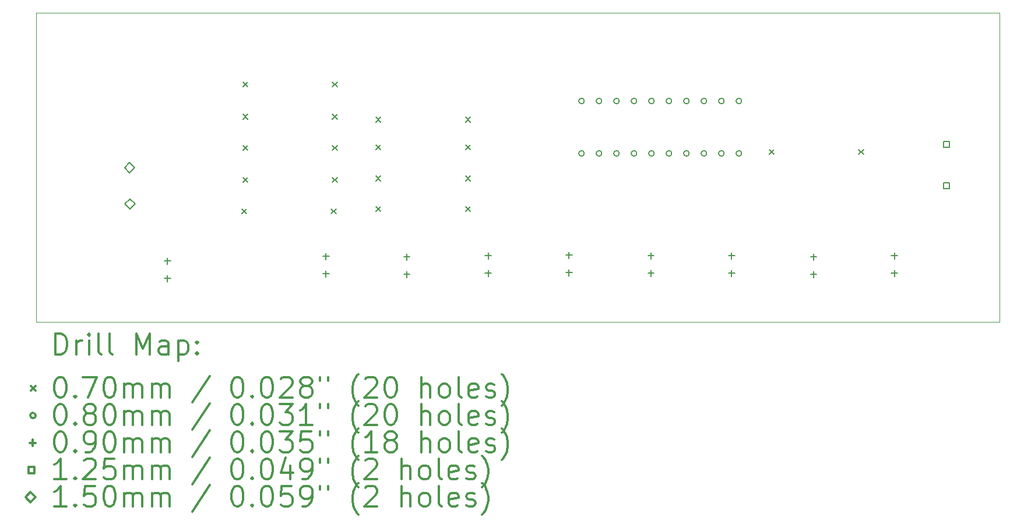
<source format=gbr>
%FSLAX45Y45*%
G04 Gerber Fmt 4.5, Leading zero omitted, Abs format (unit mm)*
G04 Created by KiCad (PCBNEW 5.1.9+dfsg1-1) date 2021-09-18 19:11:49*
%MOMM*%
%LPD*%
G01*
G04 APERTURE LIST*
%TA.AperFunction,Profile*%
%ADD10C,0.050000*%
%TD*%
%ADD11C,0.200000*%
%ADD12C,0.300000*%
G04 APERTURE END LIST*
D10*
X22000000Y-6000000D02*
X22000000Y-10500000D01*
X8000000Y-10500000D02*
X22000000Y-10500000D01*
X8000000Y-6000000D02*
X22000000Y-6000000D01*
X8000000Y-6000000D02*
X8000000Y-10500000D01*
D11*
X10990000Y-8853000D02*
X11060000Y-8923000D01*
X11060000Y-8853000D02*
X10990000Y-8923000D01*
X11008000Y-7005000D02*
X11078000Y-7075000D01*
X11078000Y-7005000D02*
X11008000Y-7075000D01*
X11008000Y-7477000D02*
X11078000Y-7547000D01*
X11078000Y-7477000D02*
X11008000Y-7547000D01*
X11008000Y-7931000D02*
X11078000Y-8001000D01*
X11078000Y-7931000D02*
X11008000Y-8001000D01*
X11008000Y-8399000D02*
X11078000Y-8469000D01*
X11078000Y-8399000D02*
X11008000Y-8469000D01*
X12290000Y-8853000D02*
X12360000Y-8923000D01*
X12360000Y-8853000D02*
X12290000Y-8923000D01*
X12308000Y-7005000D02*
X12378000Y-7075000D01*
X12378000Y-7005000D02*
X12308000Y-7075000D01*
X12308000Y-7477000D02*
X12378000Y-7547000D01*
X12378000Y-7477000D02*
X12308000Y-7547000D01*
X12308000Y-7931000D02*
X12378000Y-8001000D01*
X12378000Y-7931000D02*
X12308000Y-8001000D01*
X12308000Y-8399000D02*
X12378000Y-8469000D01*
X12378000Y-8399000D02*
X12308000Y-8469000D01*
X12940000Y-7520000D02*
X13010000Y-7590000D01*
X13010000Y-7520000D02*
X12940000Y-7590000D01*
X12940000Y-7920000D02*
X13010000Y-7990000D01*
X13010000Y-7920000D02*
X12940000Y-7990000D01*
X12940000Y-8375000D02*
X13010000Y-8445000D01*
X13010000Y-8375000D02*
X12940000Y-8445000D01*
X12940000Y-8820000D02*
X13010000Y-8890000D01*
X13010000Y-8820000D02*
X12940000Y-8890000D01*
X14240000Y-7520000D02*
X14310000Y-7590000D01*
X14310000Y-7520000D02*
X14240000Y-7590000D01*
X14240000Y-7920000D02*
X14310000Y-7990000D01*
X14310000Y-7920000D02*
X14240000Y-7990000D01*
X14240000Y-8375000D02*
X14310000Y-8445000D01*
X14310000Y-8375000D02*
X14240000Y-8445000D01*
X14240000Y-8820000D02*
X14310000Y-8890000D01*
X14310000Y-8820000D02*
X14240000Y-8890000D01*
X18652000Y-7992000D02*
X18722000Y-8062000D01*
X18722000Y-7992000D02*
X18652000Y-8062000D01*
X19952000Y-7992000D02*
X20022000Y-8062000D01*
X20022000Y-7992000D02*
X19952000Y-8062000D01*
X15965000Y-7284000D02*
G75*
G03*
X15965000Y-7284000I-40000J0D01*
G01*
X15965000Y-8046000D02*
G75*
G03*
X15965000Y-8046000I-40000J0D01*
G01*
X16219000Y-7284000D02*
G75*
G03*
X16219000Y-7284000I-40000J0D01*
G01*
X16219000Y-8046000D02*
G75*
G03*
X16219000Y-8046000I-40000J0D01*
G01*
X16473000Y-7284000D02*
G75*
G03*
X16473000Y-7284000I-40000J0D01*
G01*
X16473000Y-8046000D02*
G75*
G03*
X16473000Y-8046000I-40000J0D01*
G01*
X16727000Y-7284000D02*
G75*
G03*
X16727000Y-7284000I-40000J0D01*
G01*
X16727000Y-8046000D02*
G75*
G03*
X16727000Y-8046000I-40000J0D01*
G01*
X16981000Y-7284000D02*
G75*
G03*
X16981000Y-7284000I-40000J0D01*
G01*
X16981000Y-8046000D02*
G75*
G03*
X16981000Y-8046000I-40000J0D01*
G01*
X17235000Y-7284000D02*
G75*
G03*
X17235000Y-7284000I-40000J0D01*
G01*
X17235000Y-8046000D02*
G75*
G03*
X17235000Y-8046000I-40000J0D01*
G01*
X17489000Y-7284000D02*
G75*
G03*
X17489000Y-7284000I-40000J0D01*
G01*
X17489000Y-8046000D02*
G75*
G03*
X17489000Y-8046000I-40000J0D01*
G01*
X17743000Y-7284000D02*
G75*
G03*
X17743000Y-7284000I-40000J0D01*
G01*
X17743000Y-8046000D02*
G75*
G03*
X17743000Y-8046000I-40000J0D01*
G01*
X17997000Y-7284000D02*
G75*
G03*
X17997000Y-7284000I-40000J0D01*
G01*
X17997000Y-8046000D02*
G75*
G03*
X17997000Y-8046000I-40000J0D01*
G01*
X18251000Y-7284000D02*
G75*
G03*
X18251000Y-7284000I-40000J0D01*
G01*
X18251000Y-8046000D02*
G75*
G03*
X18251000Y-8046000I-40000J0D01*
G01*
X9910000Y-9565000D02*
X9910000Y-9655000D01*
X9865000Y-9610000D02*
X9955000Y-9610000D01*
X9910000Y-9819000D02*
X9910000Y-9909000D01*
X9865000Y-9864000D02*
X9955000Y-9864000D01*
X12215000Y-9498000D02*
X12215000Y-9588000D01*
X12170000Y-9543000D02*
X12260000Y-9543000D01*
X12215000Y-9752000D02*
X12215000Y-9842000D01*
X12170000Y-9797000D02*
X12260000Y-9797000D01*
X13389000Y-9507000D02*
X13389000Y-9597000D01*
X13344000Y-9552000D02*
X13434000Y-9552000D01*
X13389000Y-9761000D02*
X13389000Y-9851000D01*
X13344000Y-9806000D02*
X13434000Y-9806000D01*
X14571000Y-9490000D02*
X14571000Y-9580000D01*
X14526000Y-9535000D02*
X14616000Y-9535000D01*
X14571000Y-9744000D02*
X14571000Y-9834000D01*
X14526000Y-9789000D02*
X14616000Y-9789000D01*
X15744000Y-9481000D02*
X15744000Y-9571000D01*
X15699000Y-9526000D02*
X15789000Y-9526000D01*
X15744000Y-9735000D02*
X15744000Y-9825000D01*
X15699000Y-9780000D02*
X15789000Y-9780000D01*
X16934000Y-9490000D02*
X16934000Y-9580000D01*
X16889000Y-9535000D02*
X16979000Y-9535000D01*
X16934000Y-9744000D02*
X16934000Y-9834000D01*
X16889000Y-9789000D02*
X16979000Y-9789000D01*
X18108000Y-9490000D02*
X18108000Y-9580000D01*
X18063000Y-9535000D02*
X18153000Y-9535000D01*
X18108000Y-9744000D02*
X18108000Y-9834000D01*
X18063000Y-9789000D02*
X18153000Y-9789000D01*
X19298000Y-9507000D02*
X19298000Y-9597000D01*
X19253000Y-9552000D02*
X19343000Y-9552000D01*
X19298000Y-9761000D02*
X19298000Y-9851000D01*
X19253000Y-9806000D02*
X19343000Y-9806000D01*
X20471000Y-9490000D02*
X20471000Y-9580000D01*
X20426000Y-9535000D02*
X20516000Y-9535000D01*
X20471000Y-9744000D02*
X20471000Y-9834000D01*
X20426000Y-9789000D02*
X20516000Y-9789000D01*
X21270195Y-7961195D02*
X21270195Y-7872805D01*
X21181805Y-7872805D01*
X21181805Y-7961195D01*
X21270195Y-7961195D01*
X21270195Y-8561195D02*
X21270195Y-8472805D01*
X21181805Y-8472805D01*
X21181805Y-8561195D01*
X21270195Y-8561195D01*
X9362016Y-8326428D02*
X9437016Y-8251428D01*
X9362016Y-8176428D01*
X9287016Y-8251428D01*
X9362016Y-8326428D01*
X9364556Y-8857542D02*
X9439556Y-8782542D01*
X9364556Y-8707542D01*
X9289556Y-8782542D01*
X9364556Y-8857542D01*
D12*
X8283928Y-10968214D02*
X8283928Y-10668214D01*
X8355357Y-10668214D01*
X8398214Y-10682500D01*
X8426786Y-10711072D01*
X8441071Y-10739643D01*
X8455357Y-10796786D01*
X8455357Y-10839643D01*
X8441071Y-10896786D01*
X8426786Y-10925357D01*
X8398214Y-10953929D01*
X8355357Y-10968214D01*
X8283928Y-10968214D01*
X8583928Y-10968214D02*
X8583928Y-10768214D01*
X8583928Y-10825357D02*
X8598214Y-10796786D01*
X8612500Y-10782500D01*
X8641071Y-10768214D01*
X8669643Y-10768214D01*
X8769643Y-10968214D02*
X8769643Y-10768214D01*
X8769643Y-10668214D02*
X8755357Y-10682500D01*
X8769643Y-10696786D01*
X8783928Y-10682500D01*
X8769643Y-10668214D01*
X8769643Y-10696786D01*
X8955357Y-10968214D02*
X8926786Y-10953929D01*
X8912500Y-10925357D01*
X8912500Y-10668214D01*
X9112500Y-10968214D02*
X9083928Y-10953929D01*
X9069643Y-10925357D01*
X9069643Y-10668214D01*
X9455357Y-10968214D02*
X9455357Y-10668214D01*
X9555357Y-10882500D01*
X9655357Y-10668214D01*
X9655357Y-10968214D01*
X9926786Y-10968214D02*
X9926786Y-10811072D01*
X9912500Y-10782500D01*
X9883928Y-10768214D01*
X9826786Y-10768214D01*
X9798214Y-10782500D01*
X9926786Y-10953929D02*
X9898214Y-10968214D01*
X9826786Y-10968214D01*
X9798214Y-10953929D01*
X9783928Y-10925357D01*
X9783928Y-10896786D01*
X9798214Y-10868214D01*
X9826786Y-10853929D01*
X9898214Y-10853929D01*
X9926786Y-10839643D01*
X10069643Y-10768214D02*
X10069643Y-11068214D01*
X10069643Y-10782500D02*
X10098214Y-10768214D01*
X10155357Y-10768214D01*
X10183928Y-10782500D01*
X10198214Y-10796786D01*
X10212500Y-10825357D01*
X10212500Y-10911072D01*
X10198214Y-10939643D01*
X10183928Y-10953929D01*
X10155357Y-10968214D01*
X10098214Y-10968214D01*
X10069643Y-10953929D01*
X10341071Y-10939643D02*
X10355357Y-10953929D01*
X10341071Y-10968214D01*
X10326786Y-10953929D01*
X10341071Y-10939643D01*
X10341071Y-10968214D01*
X10341071Y-10782500D02*
X10355357Y-10796786D01*
X10341071Y-10811072D01*
X10326786Y-10796786D01*
X10341071Y-10782500D01*
X10341071Y-10811072D01*
X7927500Y-11427500D02*
X7997500Y-11497500D01*
X7997500Y-11427500D02*
X7927500Y-11497500D01*
X8341071Y-11298214D02*
X8369643Y-11298214D01*
X8398214Y-11312500D01*
X8412500Y-11326786D01*
X8426786Y-11355357D01*
X8441071Y-11412500D01*
X8441071Y-11483929D01*
X8426786Y-11541071D01*
X8412500Y-11569643D01*
X8398214Y-11583929D01*
X8369643Y-11598214D01*
X8341071Y-11598214D01*
X8312500Y-11583929D01*
X8298214Y-11569643D01*
X8283928Y-11541071D01*
X8269643Y-11483929D01*
X8269643Y-11412500D01*
X8283928Y-11355357D01*
X8298214Y-11326786D01*
X8312500Y-11312500D01*
X8341071Y-11298214D01*
X8569643Y-11569643D02*
X8583928Y-11583929D01*
X8569643Y-11598214D01*
X8555357Y-11583929D01*
X8569643Y-11569643D01*
X8569643Y-11598214D01*
X8683928Y-11298214D02*
X8883928Y-11298214D01*
X8755357Y-11598214D01*
X9055357Y-11298214D02*
X9083928Y-11298214D01*
X9112500Y-11312500D01*
X9126786Y-11326786D01*
X9141071Y-11355357D01*
X9155357Y-11412500D01*
X9155357Y-11483929D01*
X9141071Y-11541071D01*
X9126786Y-11569643D01*
X9112500Y-11583929D01*
X9083928Y-11598214D01*
X9055357Y-11598214D01*
X9026786Y-11583929D01*
X9012500Y-11569643D01*
X8998214Y-11541071D01*
X8983928Y-11483929D01*
X8983928Y-11412500D01*
X8998214Y-11355357D01*
X9012500Y-11326786D01*
X9026786Y-11312500D01*
X9055357Y-11298214D01*
X9283928Y-11598214D02*
X9283928Y-11398214D01*
X9283928Y-11426786D02*
X9298214Y-11412500D01*
X9326786Y-11398214D01*
X9369643Y-11398214D01*
X9398214Y-11412500D01*
X9412500Y-11441071D01*
X9412500Y-11598214D01*
X9412500Y-11441071D02*
X9426786Y-11412500D01*
X9455357Y-11398214D01*
X9498214Y-11398214D01*
X9526786Y-11412500D01*
X9541071Y-11441071D01*
X9541071Y-11598214D01*
X9683928Y-11598214D02*
X9683928Y-11398214D01*
X9683928Y-11426786D02*
X9698214Y-11412500D01*
X9726786Y-11398214D01*
X9769643Y-11398214D01*
X9798214Y-11412500D01*
X9812500Y-11441071D01*
X9812500Y-11598214D01*
X9812500Y-11441071D02*
X9826786Y-11412500D01*
X9855357Y-11398214D01*
X9898214Y-11398214D01*
X9926786Y-11412500D01*
X9941071Y-11441071D01*
X9941071Y-11598214D01*
X10526786Y-11283929D02*
X10269643Y-11669643D01*
X10912500Y-11298214D02*
X10941071Y-11298214D01*
X10969643Y-11312500D01*
X10983928Y-11326786D01*
X10998214Y-11355357D01*
X11012500Y-11412500D01*
X11012500Y-11483929D01*
X10998214Y-11541071D01*
X10983928Y-11569643D01*
X10969643Y-11583929D01*
X10941071Y-11598214D01*
X10912500Y-11598214D01*
X10883928Y-11583929D01*
X10869643Y-11569643D01*
X10855357Y-11541071D01*
X10841071Y-11483929D01*
X10841071Y-11412500D01*
X10855357Y-11355357D01*
X10869643Y-11326786D01*
X10883928Y-11312500D01*
X10912500Y-11298214D01*
X11141071Y-11569643D02*
X11155357Y-11583929D01*
X11141071Y-11598214D01*
X11126786Y-11583929D01*
X11141071Y-11569643D01*
X11141071Y-11598214D01*
X11341071Y-11298214D02*
X11369643Y-11298214D01*
X11398214Y-11312500D01*
X11412500Y-11326786D01*
X11426786Y-11355357D01*
X11441071Y-11412500D01*
X11441071Y-11483929D01*
X11426786Y-11541071D01*
X11412500Y-11569643D01*
X11398214Y-11583929D01*
X11369643Y-11598214D01*
X11341071Y-11598214D01*
X11312500Y-11583929D01*
X11298214Y-11569643D01*
X11283928Y-11541071D01*
X11269643Y-11483929D01*
X11269643Y-11412500D01*
X11283928Y-11355357D01*
X11298214Y-11326786D01*
X11312500Y-11312500D01*
X11341071Y-11298214D01*
X11555357Y-11326786D02*
X11569643Y-11312500D01*
X11598214Y-11298214D01*
X11669643Y-11298214D01*
X11698214Y-11312500D01*
X11712500Y-11326786D01*
X11726786Y-11355357D01*
X11726786Y-11383929D01*
X11712500Y-11426786D01*
X11541071Y-11598214D01*
X11726786Y-11598214D01*
X11898214Y-11426786D02*
X11869643Y-11412500D01*
X11855357Y-11398214D01*
X11841071Y-11369643D01*
X11841071Y-11355357D01*
X11855357Y-11326786D01*
X11869643Y-11312500D01*
X11898214Y-11298214D01*
X11955357Y-11298214D01*
X11983928Y-11312500D01*
X11998214Y-11326786D01*
X12012500Y-11355357D01*
X12012500Y-11369643D01*
X11998214Y-11398214D01*
X11983928Y-11412500D01*
X11955357Y-11426786D01*
X11898214Y-11426786D01*
X11869643Y-11441071D01*
X11855357Y-11455357D01*
X11841071Y-11483929D01*
X11841071Y-11541071D01*
X11855357Y-11569643D01*
X11869643Y-11583929D01*
X11898214Y-11598214D01*
X11955357Y-11598214D01*
X11983928Y-11583929D01*
X11998214Y-11569643D01*
X12012500Y-11541071D01*
X12012500Y-11483929D01*
X11998214Y-11455357D01*
X11983928Y-11441071D01*
X11955357Y-11426786D01*
X12126786Y-11298214D02*
X12126786Y-11355357D01*
X12241071Y-11298214D02*
X12241071Y-11355357D01*
X12683928Y-11712500D02*
X12669643Y-11698214D01*
X12641071Y-11655357D01*
X12626786Y-11626786D01*
X12612500Y-11583929D01*
X12598214Y-11512500D01*
X12598214Y-11455357D01*
X12612500Y-11383929D01*
X12626786Y-11341071D01*
X12641071Y-11312500D01*
X12669643Y-11269643D01*
X12683928Y-11255357D01*
X12783928Y-11326786D02*
X12798214Y-11312500D01*
X12826786Y-11298214D01*
X12898214Y-11298214D01*
X12926786Y-11312500D01*
X12941071Y-11326786D01*
X12955357Y-11355357D01*
X12955357Y-11383929D01*
X12941071Y-11426786D01*
X12769643Y-11598214D01*
X12955357Y-11598214D01*
X13141071Y-11298214D02*
X13169643Y-11298214D01*
X13198214Y-11312500D01*
X13212500Y-11326786D01*
X13226786Y-11355357D01*
X13241071Y-11412500D01*
X13241071Y-11483929D01*
X13226786Y-11541071D01*
X13212500Y-11569643D01*
X13198214Y-11583929D01*
X13169643Y-11598214D01*
X13141071Y-11598214D01*
X13112500Y-11583929D01*
X13098214Y-11569643D01*
X13083928Y-11541071D01*
X13069643Y-11483929D01*
X13069643Y-11412500D01*
X13083928Y-11355357D01*
X13098214Y-11326786D01*
X13112500Y-11312500D01*
X13141071Y-11298214D01*
X13598214Y-11598214D02*
X13598214Y-11298214D01*
X13726786Y-11598214D02*
X13726786Y-11441071D01*
X13712500Y-11412500D01*
X13683928Y-11398214D01*
X13641071Y-11398214D01*
X13612500Y-11412500D01*
X13598214Y-11426786D01*
X13912500Y-11598214D02*
X13883928Y-11583929D01*
X13869643Y-11569643D01*
X13855357Y-11541071D01*
X13855357Y-11455357D01*
X13869643Y-11426786D01*
X13883928Y-11412500D01*
X13912500Y-11398214D01*
X13955357Y-11398214D01*
X13983928Y-11412500D01*
X13998214Y-11426786D01*
X14012500Y-11455357D01*
X14012500Y-11541071D01*
X13998214Y-11569643D01*
X13983928Y-11583929D01*
X13955357Y-11598214D01*
X13912500Y-11598214D01*
X14183928Y-11598214D02*
X14155357Y-11583929D01*
X14141071Y-11555357D01*
X14141071Y-11298214D01*
X14412500Y-11583929D02*
X14383928Y-11598214D01*
X14326786Y-11598214D01*
X14298214Y-11583929D01*
X14283928Y-11555357D01*
X14283928Y-11441071D01*
X14298214Y-11412500D01*
X14326786Y-11398214D01*
X14383928Y-11398214D01*
X14412500Y-11412500D01*
X14426786Y-11441071D01*
X14426786Y-11469643D01*
X14283928Y-11498214D01*
X14541071Y-11583929D02*
X14569643Y-11598214D01*
X14626786Y-11598214D01*
X14655357Y-11583929D01*
X14669643Y-11555357D01*
X14669643Y-11541071D01*
X14655357Y-11512500D01*
X14626786Y-11498214D01*
X14583928Y-11498214D01*
X14555357Y-11483929D01*
X14541071Y-11455357D01*
X14541071Y-11441071D01*
X14555357Y-11412500D01*
X14583928Y-11398214D01*
X14626786Y-11398214D01*
X14655357Y-11412500D01*
X14769643Y-11712500D02*
X14783928Y-11698214D01*
X14812500Y-11655357D01*
X14826786Y-11626786D01*
X14841071Y-11583929D01*
X14855357Y-11512500D01*
X14855357Y-11455357D01*
X14841071Y-11383929D01*
X14826786Y-11341071D01*
X14812500Y-11312500D01*
X14783928Y-11269643D01*
X14769643Y-11255357D01*
X7997500Y-11858500D02*
G75*
G03*
X7997500Y-11858500I-40000J0D01*
G01*
X8341071Y-11694214D02*
X8369643Y-11694214D01*
X8398214Y-11708500D01*
X8412500Y-11722786D01*
X8426786Y-11751357D01*
X8441071Y-11808500D01*
X8441071Y-11879929D01*
X8426786Y-11937071D01*
X8412500Y-11965643D01*
X8398214Y-11979929D01*
X8369643Y-11994214D01*
X8341071Y-11994214D01*
X8312500Y-11979929D01*
X8298214Y-11965643D01*
X8283928Y-11937071D01*
X8269643Y-11879929D01*
X8269643Y-11808500D01*
X8283928Y-11751357D01*
X8298214Y-11722786D01*
X8312500Y-11708500D01*
X8341071Y-11694214D01*
X8569643Y-11965643D02*
X8583928Y-11979929D01*
X8569643Y-11994214D01*
X8555357Y-11979929D01*
X8569643Y-11965643D01*
X8569643Y-11994214D01*
X8755357Y-11822786D02*
X8726786Y-11808500D01*
X8712500Y-11794214D01*
X8698214Y-11765643D01*
X8698214Y-11751357D01*
X8712500Y-11722786D01*
X8726786Y-11708500D01*
X8755357Y-11694214D01*
X8812500Y-11694214D01*
X8841071Y-11708500D01*
X8855357Y-11722786D01*
X8869643Y-11751357D01*
X8869643Y-11765643D01*
X8855357Y-11794214D01*
X8841071Y-11808500D01*
X8812500Y-11822786D01*
X8755357Y-11822786D01*
X8726786Y-11837071D01*
X8712500Y-11851357D01*
X8698214Y-11879929D01*
X8698214Y-11937071D01*
X8712500Y-11965643D01*
X8726786Y-11979929D01*
X8755357Y-11994214D01*
X8812500Y-11994214D01*
X8841071Y-11979929D01*
X8855357Y-11965643D01*
X8869643Y-11937071D01*
X8869643Y-11879929D01*
X8855357Y-11851357D01*
X8841071Y-11837071D01*
X8812500Y-11822786D01*
X9055357Y-11694214D02*
X9083928Y-11694214D01*
X9112500Y-11708500D01*
X9126786Y-11722786D01*
X9141071Y-11751357D01*
X9155357Y-11808500D01*
X9155357Y-11879929D01*
X9141071Y-11937071D01*
X9126786Y-11965643D01*
X9112500Y-11979929D01*
X9083928Y-11994214D01*
X9055357Y-11994214D01*
X9026786Y-11979929D01*
X9012500Y-11965643D01*
X8998214Y-11937071D01*
X8983928Y-11879929D01*
X8983928Y-11808500D01*
X8998214Y-11751357D01*
X9012500Y-11722786D01*
X9026786Y-11708500D01*
X9055357Y-11694214D01*
X9283928Y-11994214D02*
X9283928Y-11794214D01*
X9283928Y-11822786D02*
X9298214Y-11808500D01*
X9326786Y-11794214D01*
X9369643Y-11794214D01*
X9398214Y-11808500D01*
X9412500Y-11837071D01*
X9412500Y-11994214D01*
X9412500Y-11837071D02*
X9426786Y-11808500D01*
X9455357Y-11794214D01*
X9498214Y-11794214D01*
X9526786Y-11808500D01*
X9541071Y-11837071D01*
X9541071Y-11994214D01*
X9683928Y-11994214D02*
X9683928Y-11794214D01*
X9683928Y-11822786D02*
X9698214Y-11808500D01*
X9726786Y-11794214D01*
X9769643Y-11794214D01*
X9798214Y-11808500D01*
X9812500Y-11837071D01*
X9812500Y-11994214D01*
X9812500Y-11837071D02*
X9826786Y-11808500D01*
X9855357Y-11794214D01*
X9898214Y-11794214D01*
X9926786Y-11808500D01*
X9941071Y-11837071D01*
X9941071Y-11994214D01*
X10526786Y-11679929D02*
X10269643Y-12065643D01*
X10912500Y-11694214D02*
X10941071Y-11694214D01*
X10969643Y-11708500D01*
X10983928Y-11722786D01*
X10998214Y-11751357D01*
X11012500Y-11808500D01*
X11012500Y-11879929D01*
X10998214Y-11937071D01*
X10983928Y-11965643D01*
X10969643Y-11979929D01*
X10941071Y-11994214D01*
X10912500Y-11994214D01*
X10883928Y-11979929D01*
X10869643Y-11965643D01*
X10855357Y-11937071D01*
X10841071Y-11879929D01*
X10841071Y-11808500D01*
X10855357Y-11751357D01*
X10869643Y-11722786D01*
X10883928Y-11708500D01*
X10912500Y-11694214D01*
X11141071Y-11965643D02*
X11155357Y-11979929D01*
X11141071Y-11994214D01*
X11126786Y-11979929D01*
X11141071Y-11965643D01*
X11141071Y-11994214D01*
X11341071Y-11694214D02*
X11369643Y-11694214D01*
X11398214Y-11708500D01*
X11412500Y-11722786D01*
X11426786Y-11751357D01*
X11441071Y-11808500D01*
X11441071Y-11879929D01*
X11426786Y-11937071D01*
X11412500Y-11965643D01*
X11398214Y-11979929D01*
X11369643Y-11994214D01*
X11341071Y-11994214D01*
X11312500Y-11979929D01*
X11298214Y-11965643D01*
X11283928Y-11937071D01*
X11269643Y-11879929D01*
X11269643Y-11808500D01*
X11283928Y-11751357D01*
X11298214Y-11722786D01*
X11312500Y-11708500D01*
X11341071Y-11694214D01*
X11541071Y-11694214D02*
X11726786Y-11694214D01*
X11626786Y-11808500D01*
X11669643Y-11808500D01*
X11698214Y-11822786D01*
X11712500Y-11837071D01*
X11726786Y-11865643D01*
X11726786Y-11937071D01*
X11712500Y-11965643D01*
X11698214Y-11979929D01*
X11669643Y-11994214D01*
X11583928Y-11994214D01*
X11555357Y-11979929D01*
X11541071Y-11965643D01*
X12012500Y-11994214D02*
X11841071Y-11994214D01*
X11926786Y-11994214D02*
X11926786Y-11694214D01*
X11898214Y-11737071D01*
X11869643Y-11765643D01*
X11841071Y-11779929D01*
X12126786Y-11694214D02*
X12126786Y-11751357D01*
X12241071Y-11694214D02*
X12241071Y-11751357D01*
X12683928Y-12108500D02*
X12669643Y-12094214D01*
X12641071Y-12051357D01*
X12626786Y-12022786D01*
X12612500Y-11979929D01*
X12598214Y-11908500D01*
X12598214Y-11851357D01*
X12612500Y-11779929D01*
X12626786Y-11737071D01*
X12641071Y-11708500D01*
X12669643Y-11665643D01*
X12683928Y-11651357D01*
X12783928Y-11722786D02*
X12798214Y-11708500D01*
X12826786Y-11694214D01*
X12898214Y-11694214D01*
X12926786Y-11708500D01*
X12941071Y-11722786D01*
X12955357Y-11751357D01*
X12955357Y-11779929D01*
X12941071Y-11822786D01*
X12769643Y-11994214D01*
X12955357Y-11994214D01*
X13141071Y-11694214D02*
X13169643Y-11694214D01*
X13198214Y-11708500D01*
X13212500Y-11722786D01*
X13226786Y-11751357D01*
X13241071Y-11808500D01*
X13241071Y-11879929D01*
X13226786Y-11937071D01*
X13212500Y-11965643D01*
X13198214Y-11979929D01*
X13169643Y-11994214D01*
X13141071Y-11994214D01*
X13112500Y-11979929D01*
X13098214Y-11965643D01*
X13083928Y-11937071D01*
X13069643Y-11879929D01*
X13069643Y-11808500D01*
X13083928Y-11751357D01*
X13098214Y-11722786D01*
X13112500Y-11708500D01*
X13141071Y-11694214D01*
X13598214Y-11994214D02*
X13598214Y-11694214D01*
X13726786Y-11994214D02*
X13726786Y-11837071D01*
X13712500Y-11808500D01*
X13683928Y-11794214D01*
X13641071Y-11794214D01*
X13612500Y-11808500D01*
X13598214Y-11822786D01*
X13912500Y-11994214D02*
X13883928Y-11979929D01*
X13869643Y-11965643D01*
X13855357Y-11937071D01*
X13855357Y-11851357D01*
X13869643Y-11822786D01*
X13883928Y-11808500D01*
X13912500Y-11794214D01*
X13955357Y-11794214D01*
X13983928Y-11808500D01*
X13998214Y-11822786D01*
X14012500Y-11851357D01*
X14012500Y-11937071D01*
X13998214Y-11965643D01*
X13983928Y-11979929D01*
X13955357Y-11994214D01*
X13912500Y-11994214D01*
X14183928Y-11994214D02*
X14155357Y-11979929D01*
X14141071Y-11951357D01*
X14141071Y-11694214D01*
X14412500Y-11979929D02*
X14383928Y-11994214D01*
X14326786Y-11994214D01*
X14298214Y-11979929D01*
X14283928Y-11951357D01*
X14283928Y-11837071D01*
X14298214Y-11808500D01*
X14326786Y-11794214D01*
X14383928Y-11794214D01*
X14412500Y-11808500D01*
X14426786Y-11837071D01*
X14426786Y-11865643D01*
X14283928Y-11894214D01*
X14541071Y-11979929D02*
X14569643Y-11994214D01*
X14626786Y-11994214D01*
X14655357Y-11979929D01*
X14669643Y-11951357D01*
X14669643Y-11937071D01*
X14655357Y-11908500D01*
X14626786Y-11894214D01*
X14583928Y-11894214D01*
X14555357Y-11879929D01*
X14541071Y-11851357D01*
X14541071Y-11837071D01*
X14555357Y-11808500D01*
X14583928Y-11794214D01*
X14626786Y-11794214D01*
X14655357Y-11808500D01*
X14769643Y-12108500D02*
X14783928Y-12094214D01*
X14812500Y-12051357D01*
X14826786Y-12022786D01*
X14841071Y-11979929D01*
X14855357Y-11908500D01*
X14855357Y-11851357D01*
X14841071Y-11779929D01*
X14826786Y-11737071D01*
X14812500Y-11708500D01*
X14783928Y-11665643D01*
X14769643Y-11651357D01*
X7952500Y-12209500D02*
X7952500Y-12299500D01*
X7907500Y-12254500D02*
X7997500Y-12254500D01*
X8341071Y-12090214D02*
X8369643Y-12090214D01*
X8398214Y-12104500D01*
X8412500Y-12118786D01*
X8426786Y-12147357D01*
X8441071Y-12204500D01*
X8441071Y-12275929D01*
X8426786Y-12333071D01*
X8412500Y-12361643D01*
X8398214Y-12375929D01*
X8369643Y-12390214D01*
X8341071Y-12390214D01*
X8312500Y-12375929D01*
X8298214Y-12361643D01*
X8283928Y-12333071D01*
X8269643Y-12275929D01*
X8269643Y-12204500D01*
X8283928Y-12147357D01*
X8298214Y-12118786D01*
X8312500Y-12104500D01*
X8341071Y-12090214D01*
X8569643Y-12361643D02*
X8583928Y-12375929D01*
X8569643Y-12390214D01*
X8555357Y-12375929D01*
X8569643Y-12361643D01*
X8569643Y-12390214D01*
X8726786Y-12390214D02*
X8783928Y-12390214D01*
X8812500Y-12375929D01*
X8826786Y-12361643D01*
X8855357Y-12318786D01*
X8869643Y-12261643D01*
X8869643Y-12147357D01*
X8855357Y-12118786D01*
X8841071Y-12104500D01*
X8812500Y-12090214D01*
X8755357Y-12090214D01*
X8726786Y-12104500D01*
X8712500Y-12118786D01*
X8698214Y-12147357D01*
X8698214Y-12218786D01*
X8712500Y-12247357D01*
X8726786Y-12261643D01*
X8755357Y-12275929D01*
X8812500Y-12275929D01*
X8841071Y-12261643D01*
X8855357Y-12247357D01*
X8869643Y-12218786D01*
X9055357Y-12090214D02*
X9083928Y-12090214D01*
X9112500Y-12104500D01*
X9126786Y-12118786D01*
X9141071Y-12147357D01*
X9155357Y-12204500D01*
X9155357Y-12275929D01*
X9141071Y-12333071D01*
X9126786Y-12361643D01*
X9112500Y-12375929D01*
X9083928Y-12390214D01*
X9055357Y-12390214D01*
X9026786Y-12375929D01*
X9012500Y-12361643D01*
X8998214Y-12333071D01*
X8983928Y-12275929D01*
X8983928Y-12204500D01*
X8998214Y-12147357D01*
X9012500Y-12118786D01*
X9026786Y-12104500D01*
X9055357Y-12090214D01*
X9283928Y-12390214D02*
X9283928Y-12190214D01*
X9283928Y-12218786D02*
X9298214Y-12204500D01*
X9326786Y-12190214D01*
X9369643Y-12190214D01*
X9398214Y-12204500D01*
X9412500Y-12233071D01*
X9412500Y-12390214D01*
X9412500Y-12233071D02*
X9426786Y-12204500D01*
X9455357Y-12190214D01*
X9498214Y-12190214D01*
X9526786Y-12204500D01*
X9541071Y-12233071D01*
X9541071Y-12390214D01*
X9683928Y-12390214D02*
X9683928Y-12190214D01*
X9683928Y-12218786D02*
X9698214Y-12204500D01*
X9726786Y-12190214D01*
X9769643Y-12190214D01*
X9798214Y-12204500D01*
X9812500Y-12233071D01*
X9812500Y-12390214D01*
X9812500Y-12233071D02*
X9826786Y-12204500D01*
X9855357Y-12190214D01*
X9898214Y-12190214D01*
X9926786Y-12204500D01*
X9941071Y-12233071D01*
X9941071Y-12390214D01*
X10526786Y-12075929D02*
X10269643Y-12461643D01*
X10912500Y-12090214D02*
X10941071Y-12090214D01*
X10969643Y-12104500D01*
X10983928Y-12118786D01*
X10998214Y-12147357D01*
X11012500Y-12204500D01*
X11012500Y-12275929D01*
X10998214Y-12333071D01*
X10983928Y-12361643D01*
X10969643Y-12375929D01*
X10941071Y-12390214D01*
X10912500Y-12390214D01*
X10883928Y-12375929D01*
X10869643Y-12361643D01*
X10855357Y-12333071D01*
X10841071Y-12275929D01*
X10841071Y-12204500D01*
X10855357Y-12147357D01*
X10869643Y-12118786D01*
X10883928Y-12104500D01*
X10912500Y-12090214D01*
X11141071Y-12361643D02*
X11155357Y-12375929D01*
X11141071Y-12390214D01*
X11126786Y-12375929D01*
X11141071Y-12361643D01*
X11141071Y-12390214D01*
X11341071Y-12090214D02*
X11369643Y-12090214D01*
X11398214Y-12104500D01*
X11412500Y-12118786D01*
X11426786Y-12147357D01*
X11441071Y-12204500D01*
X11441071Y-12275929D01*
X11426786Y-12333071D01*
X11412500Y-12361643D01*
X11398214Y-12375929D01*
X11369643Y-12390214D01*
X11341071Y-12390214D01*
X11312500Y-12375929D01*
X11298214Y-12361643D01*
X11283928Y-12333071D01*
X11269643Y-12275929D01*
X11269643Y-12204500D01*
X11283928Y-12147357D01*
X11298214Y-12118786D01*
X11312500Y-12104500D01*
X11341071Y-12090214D01*
X11541071Y-12090214D02*
X11726786Y-12090214D01*
X11626786Y-12204500D01*
X11669643Y-12204500D01*
X11698214Y-12218786D01*
X11712500Y-12233071D01*
X11726786Y-12261643D01*
X11726786Y-12333071D01*
X11712500Y-12361643D01*
X11698214Y-12375929D01*
X11669643Y-12390214D01*
X11583928Y-12390214D01*
X11555357Y-12375929D01*
X11541071Y-12361643D01*
X11998214Y-12090214D02*
X11855357Y-12090214D01*
X11841071Y-12233071D01*
X11855357Y-12218786D01*
X11883928Y-12204500D01*
X11955357Y-12204500D01*
X11983928Y-12218786D01*
X11998214Y-12233071D01*
X12012500Y-12261643D01*
X12012500Y-12333071D01*
X11998214Y-12361643D01*
X11983928Y-12375929D01*
X11955357Y-12390214D01*
X11883928Y-12390214D01*
X11855357Y-12375929D01*
X11841071Y-12361643D01*
X12126786Y-12090214D02*
X12126786Y-12147357D01*
X12241071Y-12090214D02*
X12241071Y-12147357D01*
X12683928Y-12504500D02*
X12669643Y-12490214D01*
X12641071Y-12447357D01*
X12626786Y-12418786D01*
X12612500Y-12375929D01*
X12598214Y-12304500D01*
X12598214Y-12247357D01*
X12612500Y-12175929D01*
X12626786Y-12133071D01*
X12641071Y-12104500D01*
X12669643Y-12061643D01*
X12683928Y-12047357D01*
X12955357Y-12390214D02*
X12783928Y-12390214D01*
X12869643Y-12390214D02*
X12869643Y-12090214D01*
X12841071Y-12133071D01*
X12812500Y-12161643D01*
X12783928Y-12175929D01*
X13126786Y-12218786D02*
X13098214Y-12204500D01*
X13083928Y-12190214D01*
X13069643Y-12161643D01*
X13069643Y-12147357D01*
X13083928Y-12118786D01*
X13098214Y-12104500D01*
X13126786Y-12090214D01*
X13183928Y-12090214D01*
X13212500Y-12104500D01*
X13226786Y-12118786D01*
X13241071Y-12147357D01*
X13241071Y-12161643D01*
X13226786Y-12190214D01*
X13212500Y-12204500D01*
X13183928Y-12218786D01*
X13126786Y-12218786D01*
X13098214Y-12233071D01*
X13083928Y-12247357D01*
X13069643Y-12275929D01*
X13069643Y-12333071D01*
X13083928Y-12361643D01*
X13098214Y-12375929D01*
X13126786Y-12390214D01*
X13183928Y-12390214D01*
X13212500Y-12375929D01*
X13226786Y-12361643D01*
X13241071Y-12333071D01*
X13241071Y-12275929D01*
X13226786Y-12247357D01*
X13212500Y-12233071D01*
X13183928Y-12218786D01*
X13598214Y-12390214D02*
X13598214Y-12090214D01*
X13726786Y-12390214D02*
X13726786Y-12233071D01*
X13712500Y-12204500D01*
X13683928Y-12190214D01*
X13641071Y-12190214D01*
X13612500Y-12204500D01*
X13598214Y-12218786D01*
X13912500Y-12390214D02*
X13883928Y-12375929D01*
X13869643Y-12361643D01*
X13855357Y-12333071D01*
X13855357Y-12247357D01*
X13869643Y-12218786D01*
X13883928Y-12204500D01*
X13912500Y-12190214D01*
X13955357Y-12190214D01*
X13983928Y-12204500D01*
X13998214Y-12218786D01*
X14012500Y-12247357D01*
X14012500Y-12333071D01*
X13998214Y-12361643D01*
X13983928Y-12375929D01*
X13955357Y-12390214D01*
X13912500Y-12390214D01*
X14183928Y-12390214D02*
X14155357Y-12375929D01*
X14141071Y-12347357D01*
X14141071Y-12090214D01*
X14412500Y-12375929D02*
X14383928Y-12390214D01*
X14326786Y-12390214D01*
X14298214Y-12375929D01*
X14283928Y-12347357D01*
X14283928Y-12233071D01*
X14298214Y-12204500D01*
X14326786Y-12190214D01*
X14383928Y-12190214D01*
X14412500Y-12204500D01*
X14426786Y-12233071D01*
X14426786Y-12261643D01*
X14283928Y-12290214D01*
X14541071Y-12375929D02*
X14569643Y-12390214D01*
X14626786Y-12390214D01*
X14655357Y-12375929D01*
X14669643Y-12347357D01*
X14669643Y-12333071D01*
X14655357Y-12304500D01*
X14626786Y-12290214D01*
X14583928Y-12290214D01*
X14555357Y-12275929D01*
X14541071Y-12247357D01*
X14541071Y-12233071D01*
X14555357Y-12204500D01*
X14583928Y-12190214D01*
X14626786Y-12190214D01*
X14655357Y-12204500D01*
X14769643Y-12504500D02*
X14783928Y-12490214D01*
X14812500Y-12447357D01*
X14826786Y-12418786D01*
X14841071Y-12375929D01*
X14855357Y-12304500D01*
X14855357Y-12247357D01*
X14841071Y-12175929D01*
X14826786Y-12133071D01*
X14812500Y-12104500D01*
X14783928Y-12061643D01*
X14769643Y-12047357D01*
X7979194Y-12694695D02*
X7979194Y-12606305D01*
X7890805Y-12606305D01*
X7890805Y-12694695D01*
X7979194Y-12694695D01*
X8441071Y-12786214D02*
X8269643Y-12786214D01*
X8355357Y-12786214D02*
X8355357Y-12486214D01*
X8326786Y-12529071D01*
X8298214Y-12557643D01*
X8269643Y-12571929D01*
X8569643Y-12757643D02*
X8583928Y-12771929D01*
X8569643Y-12786214D01*
X8555357Y-12771929D01*
X8569643Y-12757643D01*
X8569643Y-12786214D01*
X8698214Y-12514786D02*
X8712500Y-12500500D01*
X8741071Y-12486214D01*
X8812500Y-12486214D01*
X8841071Y-12500500D01*
X8855357Y-12514786D01*
X8869643Y-12543357D01*
X8869643Y-12571929D01*
X8855357Y-12614786D01*
X8683928Y-12786214D01*
X8869643Y-12786214D01*
X9141071Y-12486214D02*
X8998214Y-12486214D01*
X8983928Y-12629071D01*
X8998214Y-12614786D01*
X9026786Y-12600500D01*
X9098214Y-12600500D01*
X9126786Y-12614786D01*
X9141071Y-12629071D01*
X9155357Y-12657643D01*
X9155357Y-12729071D01*
X9141071Y-12757643D01*
X9126786Y-12771929D01*
X9098214Y-12786214D01*
X9026786Y-12786214D01*
X8998214Y-12771929D01*
X8983928Y-12757643D01*
X9283928Y-12786214D02*
X9283928Y-12586214D01*
X9283928Y-12614786D02*
X9298214Y-12600500D01*
X9326786Y-12586214D01*
X9369643Y-12586214D01*
X9398214Y-12600500D01*
X9412500Y-12629071D01*
X9412500Y-12786214D01*
X9412500Y-12629071D02*
X9426786Y-12600500D01*
X9455357Y-12586214D01*
X9498214Y-12586214D01*
X9526786Y-12600500D01*
X9541071Y-12629071D01*
X9541071Y-12786214D01*
X9683928Y-12786214D02*
X9683928Y-12586214D01*
X9683928Y-12614786D02*
X9698214Y-12600500D01*
X9726786Y-12586214D01*
X9769643Y-12586214D01*
X9798214Y-12600500D01*
X9812500Y-12629071D01*
X9812500Y-12786214D01*
X9812500Y-12629071D02*
X9826786Y-12600500D01*
X9855357Y-12586214D01*
X9898214Y-12586214D01*
X9926786Y-12600500D01*
X9941071Y-12629071D01*
X9941071Y-12786214D01*
X10526786Y-12471929D02*
X10269643Y-12857643D01*
X10912500Y-12486214D02*
X10941071Y-12486214D01*
X10969643Y-12500500D01*
X10983928Y-12514786D01*
X10998214Y-12543357D01*
X11012500Y-12600500D01*
X11012500Y-12671929D01*
X10998214Y-12729071D01*
X10983928Y-12757643D01*
X10969643Y-12771929D01*
X10941071Y-12786214D01*
X10912500Y-12786214D01*
X10883928Y-12771929D01*
X10869643Y-12757643D01*
X10855357Y-12729071D01*
X10841071Y-12671929D01*
X10841071Y-12600500D01*
X10855357Y-12543357D01*
X10869643Y-12514786D01*
X10883928Y-12500500D01*
X10912500Y-12486214D01*
X11141071Y-12757643D02*
X11155357Y-12771929D01*
X11141071Y-12786214D01*
X11126786Y-12771929D01*
X11141071Y-12757643D01*
X11141071Y-12786214D01*
X11341071Y-12486214D02*
X11369643Y-12486214D01*
X11398214Y-12500500D01*
X11412500Y-12514786D01*
X11426786Y-12543357D01*
X11441071Y-12600500D01*
X11441071Y-12671929D01*
X11426786Y-12729071D01*
X11412500Y-12757643D01*
X11398214Y-12771929D01*
X11369643Y-12786214D01*
X11341071Y-12786214D01*
X11312500Y-12771929D01*
X11298214Y-12757643D01*
X11283928Y-12729071D01*
X11269643Y-12671929D01*
X11269643Y-12600500D01*
X11283928Y-12543357D01*
X11298214Y-12514786D01*
X11312500Y-12500500D01*
X11341071Y-12486214D01*
X11698214Y-12586214D02*
X11698214Y-12786214D01*
X11626786Y-12471929D02*
X11555357Y-12686214D01*
X11741071Y-12686214D01*
X11869643Y-12786214D02*
X11926786Y-12786214D01*
X11955357Y-12771929D01*
X11969643Y-12757643D01*
X11998214Y-12714786D01*
X12012500Y-12657643D01*
X12012500Y-12543357D01*
X11998214Y-12514786D01*
X11983928Y-12500500D01*
X11955357Y-12486214D01*
X11898214Y-12486214D01*
X11869643Y-12500500D01*
X11855357Y-12514786D01*
X11841071Y-12543357D01*
X11841071Y-12614786D01*
X11855357Y-12643357D01*
X11869643Y-12657643D01*
X11898214Y-12671929D01*
X11955357Y-12671929D01*
X11983928Y-12657643D01*
X11998214Y-12643357D01*
X12012500Y-12614786D01*
X12126786Y-12486214D02*
X12126786Y-12543357D01*
X12241071Y-12486214D02*
X12241071Y-12543357D01*
X12683928Y-12900500D02*
X12669643Y-12886214D01*
X12641071Y-12843357D01*
X12626786Y-12814786D01*
X12612500Y-12771929D01*
X12598214Y-12700500D01*
X12598214Y-12643357D01*
X12612500Y-12571929D01*
X12626786Y-12529071D01*
X12641071Y-12500500D01*
X12669643Y-12457643D01*
X12683928Y-12443357D01*
X12783928Y-12514786D02*
X12798214Y-12500500D01*
X12826786Y-12486214D01*
X12898214Y-12486214D01*
X12926786Y-12500500D01*
X12941071Y-12514786D01*
X12955357Y-12543357D01*
X12955357Y-12571929D01*
X12941071Y-12614786D01*
X12769643Y-12786214D01*
X12955357Y-12786214D01*
X13312500Y-12786214D02*
X13312500Y-12486214D01*
X13441071Y-12786214D02*
X13441071Y-12629071D01*
X13426786Y-12600500D01*
X13398214Y-12586214D01*
X13355357Y-12586214D01*
X13326786Y-12600500D01*
X13312500Y-12614786D01*
X13626786Y-12786214D02*
X13598214Y-12771929D01*
X13583928Y-12757643D01*
X13569643Y-12729071D01*
X13569643Y-12643357D01*
X13583928Y-12614786D01*
X13598214Y-12600500D01*
X13626786Y-12586214D01*
X13669643Y-12586214D01*
X13698214Y-12600500D01*
X13712500Y-12614786D01*
X13726786Y-12643357D01*
X13726786Y-12729071D01*
X13712500Y-12757643D01*
X13698214Y-12771929D01*
X13669643Y-12786214D01*
X13626786Y-12786214D01*
X13898214Y-12786214D02*
X13869643Y-12771929D01*
X13855357Y-12743357D01*
X13855357Y-12486214D01*
X14126786Y-12771929D02*
X14098214Y-12786214D01*
X14041071Y-12786214D01*
X14012500Y-12771929D01*
X13998214Y-12743357D01*
X13998214Y-12629071D01*
X14012500Y-12600500D01*
X14041071Y-12586214D01*
X14098214Y-12586214D01*
X14126786Y-12600500D01*
X14141071Y-12629071D01*
X14141071Y-12657643D01*
X13998214Y-12686214D01*
X14255357Y-12771929D02*
X14283928Y-12786214D01*
X14341071Y-12786214D01*
X14369643Y-12771929D01*
X14383928Y-12743357D01*
X14383928Y-12729071D01*
X14369643Y-12700500D01*
X14341071Y-12686214D01*
X14298214Y-12686214D01*
X14269643Y-12671929D01*
X14255357Y-12643357D01*
X14255357Y-12629071D01*
X14269643Y-12600500D01*
X14298214Y-12586214D01*
X14341071Y-12586214D01*
X14369643Y-12600500D01*
X14483928Y-12900500D02*
X14498214Y-12886214D01*
X14526786Y-12843357D01*
X14541071Y-12814786D01*
X14555357Y-12771929D01*
X14569643Y-12700500D01*
X14569643Y-12643357D01*
X14555357Y-12571929D01*
X14541071Y-12529071D01*
X14526786Y-12500500D01*
X14498214Y-12457643D01*
X14483928Y-12443357D01*
X7922500Y-13121500D02*
X7997500Y-13046500D01*
X7922500Y-12971500D01*
X7847500Y-13046500D01*
X7922500Y-13121500D01*
X8441071Y-13182214D02*
X8269643Y-13182214D01*
X8355357Y-13182214D02*
X8355357Y-12882214D01*
X8326786Y-12925071D01*
X8298214Y-12953643D01*
X8269643Y-12967929D01*
X8569643Y-13153643D02*
X8583928Y-13167929D01*
X8569643Y-13182214D01*
X8555357Y-13167929D01*
X8569643Y-13153643D01*
X8569643Y-13182214D01*
X8855357Y-12882214D02*
X8712500Y-12882214D01*
X8698214Y-13025071D01*
X8712500Y-13010786D01*
X8741071Y-12996500D01*
X8812500Y-12996500D01*
X8841071Y-13010786D01*
X8855357Y-13025071D01*
X8869643Y-13053643D01*
X8869643Y-13125071D01*
X8855357Y-13153643D01*
X8841071Y-13167929D01*
X8812500Y-13182214D01*
X8741071Y-13182214D01*
X8712500Y-13167929D01*
X8698214Y-13153643D01*
X9055357Y-12882214D02*
X9083928Y-12882214D01*
X9112500Y-12896500D01*
X9126786Y-12910786D01*
X9141071Y-12939357D01*
X9155357Y-12996500D01*
X9155357Y-13067929D01*
X9141071Y-13125071D01*
X9126786Y-13153643D01*
X9112500Y-13167929D01*
X9083928Y-13182214D01*
X9055357Y-13182214D01*
X9026786Y-13167929D01*
X9012500Y-13153643D01*
X8998214Y-13125071D01*
X8983928Y-13067929D01*
X8983928Y-12996500D01*
X8998214Y-12939357D01*
X9012500Y-12910786D01*
X9026786Y-12896500D01*
X9055357Y-12882214D01*
X9283928Y-13182214D02*
X9283928Y-12982214D01*
X9283928Y-13010786D02*
X9298214Y-12996500D01*
X9326786Y-12982214D01*
X9369643Y-12982214D01*
X9398214Y-12996500D01*
X9412500Y-13025071D01*
X9412500Y-13182214D01*
X9412500Y-13025071D02*
X9426786Y-12996500D01*
X9455357Y-12982214D01*
X9498214Y-12982214D01*
X9526786Y-12996500D01*
X9541071Y-13025071D01*
X9541071Y-13182214D01*
X9683928Y-13182214D02*
X9683928Y-12982214D01*
X9683928Y-13010786D02*
X9698214Y-12996500D01*
X9726786Y-12982214D01*
X9769643Y-12982214D01*
X9798214Y-12996500D01*
X9812500Y-13025071D01*
X9812500Y-13182214D01*
X9812500Y-13025071D02*
X9826786Y-12996500D01*
X9855357Y-12982214D01*
X9898214Y-12982214D01*
X9926786Y-12996500D01*
X9941071Y-13025071D01*
X9941071Y-13182214D01*
X10526786Y-12867929D02*
X10269643Y-13253643D01*
X10912500Y-12882214D02*
X10941071Y-12882214D01*
X10969643Y-12896500D01*
X10983928Y-12910786D01*
X10998214Y-12939357D01*
X11012500Y-12996500D01*
X11012500Y-13067929D01*
X10998214Y-13125071D01*
X10983928Y-13153643D01*
X10969643Y-13167929D01*
X10941071Y-13182214D01*
X10912500Y-13182214D01*
X10883928Y-13167929D01*
X10869643Y-13153643D01*
X10855357Y-13125071D01*
X10841071Y-13067929D01*
X10841071Y-12996500D01*
X10855357Y-12939357D01*
X10869643Y-12910786D01*
X10883928Y-12896500D01*
X10912500Y-12882214D01*
X11141071Y-13153643D02*
X11155357Y-13167929D01*
X11141071Y-13182214D01*
X11126786Y-13167929D01*
X11141071Y-13153643D01*
X11141071Y-13182214D01*
X11341071Y-12882214D02*
X11369643Y-12882214D01*
X11398214Y-12896500D01*
X11412500Y-12910786D01*
X11426786Y-12939357D01*
X11441071Y-12996500D01*
X11441071Y-13067929D01*
X11426786Y-13125071D01*
X11412500Y-13153643D01*
X11398214Y-13167929D01*
X11369643Y-13182214D01*
X11341071Y-13182214D01*
X11312500Y-13167929D01*
X11298214Y-13153643D01*
X11283928Y-13125071D01*
X11269643Y-13067929D01*
X11269643Y-12996500D01*
X11283928Y-12939357D01*
X11298214Y-12910786D01*
X11312500Y-12896500D01*
X11341071Y-12882214D01*
X11712500Y-12882214D02*
X11569643Y-12882214D01*
X11555357Y-13025071D01*
X11569643Y-13010786D01*
X11598214Y-12996500D01*
X11669643Y-12996500D01*
X11698214Y-13010786D01*
X11712500Y-13025071D01*
X11726786Y-13053643D01*
X11726786Y-13125071D01*
X11712500Y-13153643D01*
X11698214Y-13167929D01*
X11669643Y-13182214D01*
X11598214Y-13182214D01*
X11569643Y-13167929D01*
X11555357Y-13153643D01*
X11869643Y-13182214D02*
X11926786Y-13182214D01*
X11955357Y-13167929D01*
X11969643Y-13153643D01*
X11998214Y-13110786D01*
X12012500Y-13053643D01*
X12012500Y-12939357D01*
X11998214Y-12910786D01*
X11983928Y-12896500D01*
X11955357Y-12882214D01*
X11898214Y-12882214D01*
X11869643Y-12896500D01*
X11855357Y-12910786D01*
X11841071Y-12939357D01*
X11841071Y-13010786D01*
X11855357Y-13039357D01*
X11869643Y-13053643D01*
X11898214Y-13067929D01*
X11955357Y-13067929D01*
X11983928Y-13053643D01*
X11998214Y-13039357D01*
X12012500Y-13010786D01*
X12126786Y-12882214D02*
X12126786Y-12939357D01*
X12241071Y-12882214D02*
X12241071Y-12939357D01*
X12683928Y-13296500D02*
X12669643Y-13282214D01*
X12641071Y-13239357D01*
X12626786Y-13210786D01*
X12612500Y-13167929D01*
X12598214Y-13096500D01*
X12598214Y-13039357D01*
X12612500Y-12967929D01*
X12626786Y-12925071D01*
X12641071Y-12896500D01*
X12669643Y-12853643D01*
X12683928Y-12839357D01*
X12783928Y-12910786D02*
X12798214Y-12896500D01*
X12826786Y-12882214D01*
X12898214Y-12882214D01*
X12926786Y-12896500D01*
X12941071Y-12910786D01*
X12955357Y-12939357D01*
X12955357Y-12967929D01*
X12941071Y-13010786D01*
X12769643Y-13182214D01*
X12955357Y-13182214D01*
X13312500Y-13182214D02*
X13312500Y-12882214D01*
X13441071Y-13182214D02*
X13441071Y-13025071D01*
X13426786Y-12996500D01*
X13398214Y-12982214D01*
X13355357Y-12982214D01*
X13326786Y-12996500D01*
X13312500Y-13010786D01*
X13626786Y-13182214D02*
X13598214Y-13167929D01*
X13583928Y-13153643D01*
X13569643Y-13125071D01*
X13569643Y-13039357D01*
X13583928Y-13010786D01*
X13598214Y-12996500D01*
X13626786Y-12982214D01*
X13669643Y-12982214D01*
X13698214Y-12996500D01*
X13712500Y-13010786D01*
X13726786Y-13039357D01*
X13726786Y-13125071D01*
X13712500Y-13153643D01*
X13698214Y-13167929D01*
X13669643Y-13182214D01*
X13626786Y-13182214D01*
X13898214Y-13182214D02*
X13869643Y-13167929D01*
X13855357Y-13139357D01*
X13855357Y-12882214D01*
X14126786Y-13167929D02*
X14098214Y-13182214D01*
X14041071Y-13182214D01*
X14012500Y-13167929D01*
X13998214Y-13139357D01*
X13998214Y-13025071D01*
X14012500Y-12996500D01*
X14041071Y-12982214D01*
X14098214Y-12982214D01*
X14126786Y-12996500D01*
X14141071Y-13025071D01*
X14141071Y-13053643D01*
X13998214Y-13082214D01*
X14255357Y-13167929D02*
X14283928Y-13182214D01*
X14341071Y-13182214D01*
X14369643Y-13167929D01*
X14383928Y-13139357D01*
X14383928Y-13125071D01*
X14369643Y-13096500D01*
X14341071Y-13082214D01*
X14298214Y-13082214D01*
X14269643Y-13067929D01*
X14255357Y-13039357D01*
X14255357Y-13025071D01*
X14269643Y-12996500D01*
X14298214Y-12982214D01*
X14341071Y-12982214D01*
X14369643Y-12996500D01*
X14483928Y-13296500D02*
X14498214Y-13282214D01*
X14526786Y-13239357D01*
X14541071Y-13210786D01*
X14555357Y-13167929D01*
X14569643Y-13096500D01*
X14569643Y-13039357D01*
X14555357Y-12967929D01*
X14541071Y-12925071D01*
X14526786Y-12896500D01*
X14498214Y-12853643D01*
X14483928Y-12839357D01*
M02*

</source>
